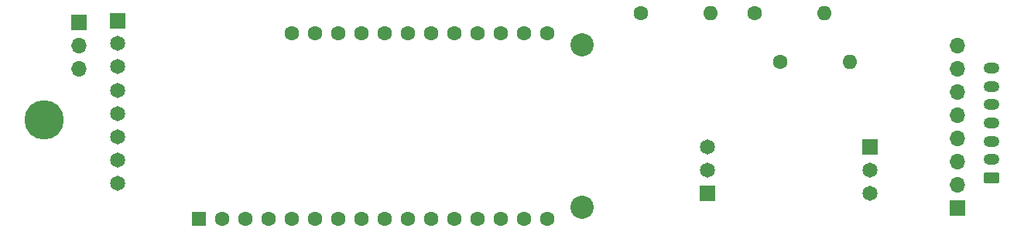
<source format=gbr>
%TF.GenerationSoftware,KiCad,Pcbnew,7.0.7*%
%TF.CreationDate,2024-03-20T16:58:12-04:00*%
%TF.ProjectId,kicad-openctd_rev7,6b696361-642d-46f7-9065-6e6374645f72,rev?*%
%TF.SameCoordinates,Original*%
%TF.FileFunction,Soldermask,Bot*%
%TF.FilePolarity,Negative*%
%FSLAX46Y46*%
G04 Gerber Fmt 4.6, Leading zero omitted, Abs format (unit mm)*
G04 Created by KiCad (PCBNEW 7.0.7) date 2024-03-20 16:58:12*
%MOMM*%
%LPD*%
G01*
G04 APERTURE LIST*
G04 Aperture macros list*
%AMRoundRect*
0 Rectangle with rounded corners*
0 $1 Rounding radius*
0 $2 $3 $4 $5 $6 $7 $8 $9 X,Y pos of 4 corners*
0 Add a 4 corners polygon primitive as box body*
4,1,4,$2,$3,$4,$5,$6,$7,$8,$9,$2,$3,0*
0 Add four circle primitives for the rounded corners*
1,1,$1+$1,$2,$3*
1,1,$1+$1,$4,$5*
1,1,$1+$1,$6,$7*
1,1,$1+$1,$8,$9*
0 Add four rect primitives between the rounded corners*
20,1,$1+$1,$2,$3,$4,$5,0*
20,1,$1+$1,$4,$5,$6,$7,0*
20,1,$1+$1,$6,$7,$8,$9,0*
20,1,$1+$1,$8,$9,$2,$3,0*%
G04 Aperture macros list end*
%ADD10C,1.600000*%
%ADD11O,1.600000X1.600000*%
%ADD12C,2.540000*%
%ADD13R,1.600000X1.600000*%
%ADD14R,1.651000X1.651000*%
%ADD15C,1.651000*%
%ADD16R,1.700000X1.700000*%
%ADD17O,1.700000X1.700000*%
%ADD18C,4.300000*%
%ADD19RoundRect,0.250000X0.625000X-0.350000X0.625000X0.350000X-0.625000X0.350000X-0.625000X-0.350000X0*%
%ADD20O,1.750000X1.200000*%
G04 APERTURE END LIST*
D10*
%TO.C,R1*%
X175514000Y-82804000D03*
D11*
X183134000Y-82804000D03*
%TD*%
D12*
%TO.C,U3*%
X156610000Y-104115000D03*
X156610000Y-86335000D03*
D13*
X114700000Y-105385000D03*
D10*
X117240000Y-105385000D03*
X119780000Y-105385000D03*
X122320000Y-105385000D03*
X124860000Y-105385000D03*
X127400000Y-105385000D03*
X129940000Y-105385000D03*
X132480000Y-105385000D03*
X135020000Y-105385000D03*
X137560000Y-105385000D03*
X140100000Y-105385000D03*
X142640000Y-105385000D03*
X145180000Y-105385000D03*
X147720000Y-105385000D03*
X150260000Y-105385000D03*
X152800000Y-105385000D03*
X152800000Y-85065000D03*
X150260000Y-85065000D03*
X147720000Y-85065000D03*
X145180000Y-85065000D03*
X142640000Y-85065000D03*
X140100000Y-85065000D03*
X137560000Y-85065000D03*
X135020000Y-85065000D03*
X132480000Y-85065000D03*
X129940000Y-85065000D03*
X127400000Y-85065000D03*
X124860000Y-85065000D03*
%TD*%
D14*
%TO.C,U2*%
X170355000Y-102559000D03*
D15*
X170355000Y-100019000D03*
X170355000Y-97479000D03*
D14*
X188135000Y-97479000D03*
D15*
X188135000Y-100019000D03*
X188135000Y-102559000D03*
%TD*%
D16*
%TO.C,J2*%
X101600000Y-83820000D03*
D17*
X101600000Y-86360000D03*
X101600000Y-88900000D03*
%TD*%
D18*
%TO.C,REF\u002A\u002A*%
X97790000Y-94488000D03*
%TD*%
D10*
%TO.C,R3*%
X178308000Y-88138000D03*
D11*
X185928000Y-88138000D03*
%TD*%
D10*
%TO.C,R2*%
X163068000Y-82816000D03*
D11*
X170688000Y-82816000D03*
%TD*%
D14*
%TO.C,U1*%
X105875000Y-83645000D03*
D15*
X105863570Y-86134568D03*
X105863570Y-88671711D03*
X105863570Y-91265000D03*
X105863570Y-93805000D03*
X105863570Y-96345000D03*
X105863570Y-98885000D03*
X105863570Y-101425000D03*
%TD*%
D19*
%TO.C,J4*%
X201422000Y-100862000D03*
D20*
X201422000Y-98862000D03*
X201422000Y-96862000D03*
X201422000Y-94862000D03*
X201422000Y-92862000D03*
X201422000Y-90862000D03*
X201422000Y-88862000D03*
%TD*%
D16*
%TO.C,J3*%
X197740000Y-104200000D03*
D17*
X197740000Y-101660000D03*
X197740000Y-99120000D03*
X197740000Y-96580000D03*
X197740000Y-94040000D03*
X197740000Y-91500000D03*
X197740000Y-88960000D03*
X197740000Y-86420000D03*
%TD*%
M02*

</source>
